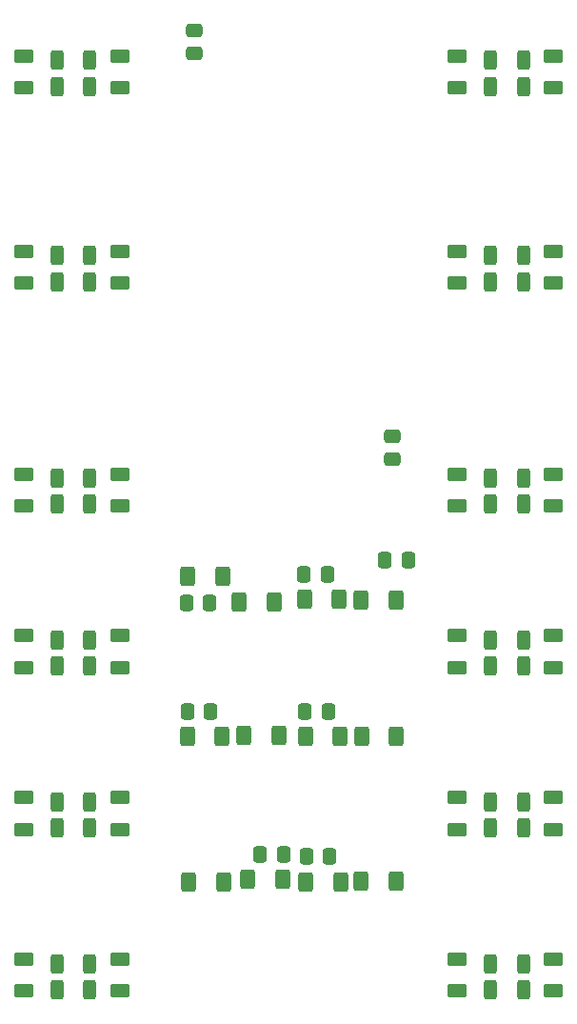
<source format=gbr>
%TF.GenerationSoftware,KiCad,Pcbnew,(6.0.6)*%
%TF.CreationDate,2022-11-26T14:50:16+01:00*%
%TF.ProjectId,wt,77742e6b-6963-4616-945f-706362585858,rev?*%
%TF.SameCoordinates,Original*%
%TF.FileFunction,Paste,Top*%
%TF.FilePolarity,Positive*%
%FSLAX46Y46*%
G04 Gerber Fmt 4.6, Leading zero omitted, Abs format (unit mm)*
G04 Created by KiCad (PCBNEW (6.0.6)) date 2022-11-26 14:50:16*
%MOMM*%
%LPD*%
G01*
G04 APERTURE LIST*
G04 Aperture macros list*
%AMRoundRect*
0 Rectangle with rounded corners*
0 $1 Rounding radius*
0 $2 $3 $4 $5 $6 $7 $8 $9 X,Y pos of 4 corners*
0 Add a 4 corners polygon primitive as box body*
4,1,4,$2,$3,$4,$5,$6,$7,$8,$9,$2,$3,0*
0 Add four circle primitives for the rounded corners*
1,1,$1+$1,$2,$3*
1,1,$1+$1,$4,$5*
1,1,$1+$1,$6,$7*
1,1,$1+$1,$8,$9*
0 Add four rect primitives between the rounded corners*
20,1,$1+$1,$2,$3,$4,$5,0*
20,1,$1+$1,$4,$5,$6,$7,0*
20,1,$1+$1,$6,$7,$8,$9,0*
20,1,$1+$1,$8,$9,$2,$3,0*%
G04 Aperture macros list end*
%ADD10RoundRect,0.250000X-0.312500X-0.625000X0.312500X-0.625000X0.312500X0.625000X-0.312500X0.625000X0*%
%ADD11RoundRect,0.250000X-0.625000X0.375000X-0.625000X-0.375000X0.625000X-0.375000X0.625000X0.375000X0*%
%ADD12RoundRect,0.250000X-0.400000X-0.625000X0.400000X-0.625000X0.400000X0.625000X-0.400000X0.625000X0*%
%ADD13RoundRect,0.250000X0.400000X0.625000X-0.400000X0.625000X-0.400000X-0.625000X0.400000X-0.625000X0*%
%ADD14RoundRect,0.250000X-0.337500X-0.475000X0.337500X-0.475000X0.337500X0.475000X-0.337500X0.475000X0*%
%ADD15RoundRect,0.250000X-0.475000X0.337500X-0.475000X-0.337500X0.475000X-0.337500X0.475000X0.337500X0*%
%ADD16RoundRect,0.250000X0.337500X0.475000X-0.337500X0.475000X-0.337500X-0.475000X0.337500X-0.475000X0*%
G04 APERTURE END LIST*
D10*
%TO.C,RV13*%
X7513312Y-29657199D03*
X4588312Y-29657199D03*
D11*
X1618612Y-26977599D03*
X1618612Y-29777599D03*
D10*
X4588312Y-27345799D03*
X7513312Y-27345799D03*
D11*
X10152812Y-26977599D03*
X10152812Y-29777599D03*
%TD*%
D12*
%TO.C,R39*%
X21210000Y-70040000D03*
X24310000Y-70040000D03*
%TD*%
D13*
%TO.C,R30*%
X19304600Y-55880000D03*
X16204600Y-55880000D03*
%TD*%
D10*
%TO.C,RV5*%
X46073300Y-49440533D03*
X43148300Y-49440533D03*
D11*
X40178600Y-46760933D03*
X40178600Y-49560933D03*
D10*
X43148300Y-47129133D03*
X46073300Y-47129133D03*
D11*
X48712800Y-46760933D03*
X48712800Y-49560933D03*
%TD*%
D13*
%TO.C,R40*%
X29780000Y-70080000D03*
X26680000Y-70080000D03*
%TD*%
D14*
%TO.C,C11*%
X16082500Y-58270000D03*
X18157500Y-58270000D03*
%TD*%
D10*
%TO.C,RV1*%
X7513312Y-49440533D03*
X4588312Y-49440533D03*
D11*
X1618612Y-46760933D03*
X1618612Y-49560933D03*
D10*
X4588312Y-47129133D03*
X7513312Y-47129133D03*
D11*
X10152812Y-46760933D03*
X10152812Y-49560933D03*
%TD*%
D12*
%TO.C,R45*%
X31630000Y-82990000D03*
X34730000Y-82990000D03*
%TD*%
D14*
%TO.C,C10*%
X26552500Y-55730000D03*
X28627500Y-55730000D03*
%TD*%
D10*
%TO.C,RV10*%
X46073300Y-63830533D03*
X43148300Y-63830533D03*
D11*
X40178600Y-61150933D03*
X40178600Y-63950933D03*
D10*
X43148300Y-61519133D03*
X46073300Y-61519133D03*
D11*
X48712800Y-61150933D03*
X48712800Y-63950933D03*
%TD*%
D15*
%TO.C,C37*%
X34417000Y-43412500D03*
X34417000Y-45487500D03*
%TD*%
D10*
%TO.C,RV7*%
X46073300Y-92610533D03*
X43148300Y-92610533D03*
D11*
X40178600Y-89930933D03*
X40178600Y-92730933D03*
D10*
X43148300Y-90299133D03*
X46073300Y-90299133D03*
D11*
X48712800Y-89930933D03*
X48712800Y-92730933D03*
%TD*%
D12*
%TO.C,R14*%
X31630000Y-57950000D03*
X34730000Y-57950000D03*
%TD*%
D14*
%TO.C,C13*%
X26622500Y-67880000D03*
X28697500Y-67880000D03*
%TD*%
D13*
%TO.C,R38*%
X19270000Y-70090000D03*
X16170000Y-70090000D03*
%TD*%
D10*
%TO.C,RV2*%
X7513312Y-63830533D03*
X4588312Y-63830533D03*
D11*
X1618612Y-61150933D03*
X1618612Y-63950933D03*
D10*
X4588312Y-61519133D03*
X7513312Y-61519133D03*
D11*
X10152812Y-61150933D03*
X10152812Y-63950933D03*
%TD*%
D10*
%TO.C,RV11*%
X46073300Y-29657199D03*
X43148300Y-29657199D03*
D11*
X40178600Y-26977599D03*
X40178600Y-29777599D03*
D10*
X43148300Y-27345799D03*
X46073300Y-27345799D03*
D11*
X48712800Y-26977599D03*
X48712800Y-29777599D03*
%TD*%
D14*
%TO.C,C15*%
X26752500Y-80770000D03*
X28827500Y-80770000D03*
%TD*%
D10*
%TO.C,RV8*%
X7513312Y-12313866D03*
X4588312Y-12313866D03*
D11*
X1618612Y-9634266D03*
X1618612Y-12434266D03*
D10*
X4588312Y-10002466D03*
X7513312Y-10002466D03*
D11*
X10152812Y-9634266D03*
X10152812Y-12434266D03*
%TD*%
D16*
%TO.C,C14*%
X24710300Y-80594200D03*
X22635300Y-80594200D03*
%TD*%
D10*
%TO.C,RV12*%
X46073300Y-12313866D03*
X43148300Y-12313866D03*
D11*
X40178600Y-9634266D03*
X40178600Y-12434266D03*
D10*
X43148300Y-10002466D03*
X46073300Y-10002466D03*
D11*
X48712800Y-9634266D03*
X48712800Y-12434266D03*
%TD*%
D10*
%TO.C,RV6*%
X46073300Y-78220533D03*
X43148300Y-78220533D03*
D11*
X40178600Y-75540933D03*
X40178600Y-78340933D03*
D10*
X43148300Y-75909133D03*
X46073300Y-75909133D03*
D11*
X48712800Y-75540933D03*
X48712800Y-78340933D03*
%TD*%
D13*
%TO.C,R13*%
X29700000Y-57930000D03*
X26600000Y-57930000D03*
%TD*%
%TO.C,R44*%
X29820000Y-83010000D03*
X26720000Y-83010000D03*
%TD*%
D12*
%TO.C,R31*%
X20800000Y-58120000D03*
X23900000Y-58120000D03*
%TD*%
D10*
%TO.C,RV4*%
X7513312Y-92610533D03*
X4588312Y-92610533D03*
D11*
X1618612Y-89930933D03*
X1618612Y-92730933D03*
D10*
X4588312Y-90299133D03*
X7513312Y-90299133D03*
D11*
X10152812Y-89930933D03*
X10152812Y-92730933D03*
%TD*%
D10*
%TO.C,RV3*%
X7513312Y-78220533D03*
X4588312Y-78220533D03*
D11*
X1618612Y-75540933D03*
X1618612Y-78340933D03*
D10*
X4588312Y-75909133D03*
X7513312Y-75909133D03*
D11*
X10152812Y-75540933D03*
X10152812Y-78340933D03*
%TD*%
D12*
%TO.C,R42*%
X21538600Y-82804000D03*
X24638600Y-82804000D03*
%TD*%
D15*
%TO.C,C39*%
X16814800Y-7344500D03*
X16814800Y-9419500D03*
%TD*%
D12*
%TO.C,R41*%
X31660000Y-70070000D03*
X34760000Y-70070000D03*
%TD*%
D16*
%TO.C,C12*%
X18258700Y-67919600D03*
X16183700Y-67919600D03*
%TD*%
%TO.C,C38*%
X35810100Y-54381400D03*
X33735100Y-54381400D03*
%TD*%
D13*
%TO.C,R43*%
X19380800Y-83032600D03*
X16280800Y-83032600D03*
%TD*%
M02*

</source>
